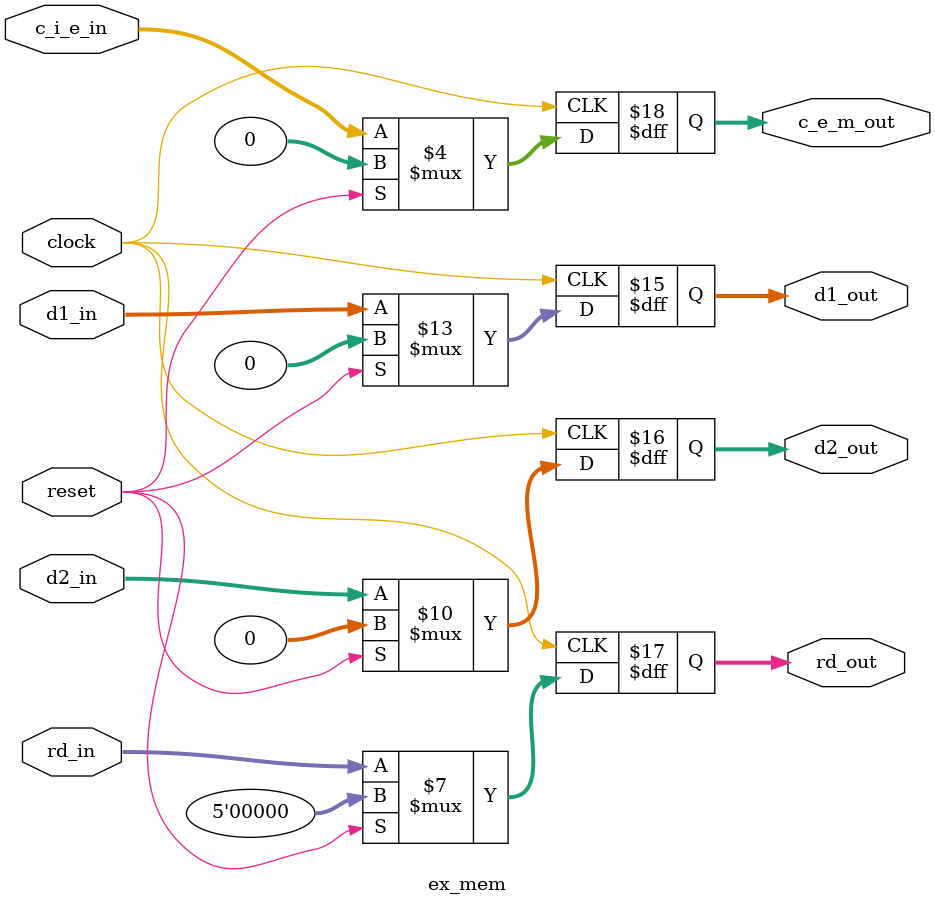
<source format=v>
module ex_mem (
	input [31:0] d1_in,
	input [31:0] d2_in,
	input [4:0] rd_in,
	input [31:0] c_i_e_in,
	input clock,
	input reset,
	output reg [31:0] d1_out,
	output reg [31:0] d2_out,
	output reg [4:0] rd_out,
	output reg [31:0] c_e_m_out
	);
	
	initial begin
		d1_out <= 0;
		d2_out <= 0;
		rd_out <= 0;
		c_e_m_out <= 0;
	end
	
	always @ (posedge clock) begin
		if (reset) begin
			d1_out <= 0;
			d2_out <= 0;
			rd_out <= 0;
			c_e_m_out <= 0;
		end else begin
			d1_out <= d1_in;
			d2_out <= d2_in;
			rd_out <= rd_in;
			c_e_m_out <= c_i_e_in;
		end
	end
	
endmodule
</source>
